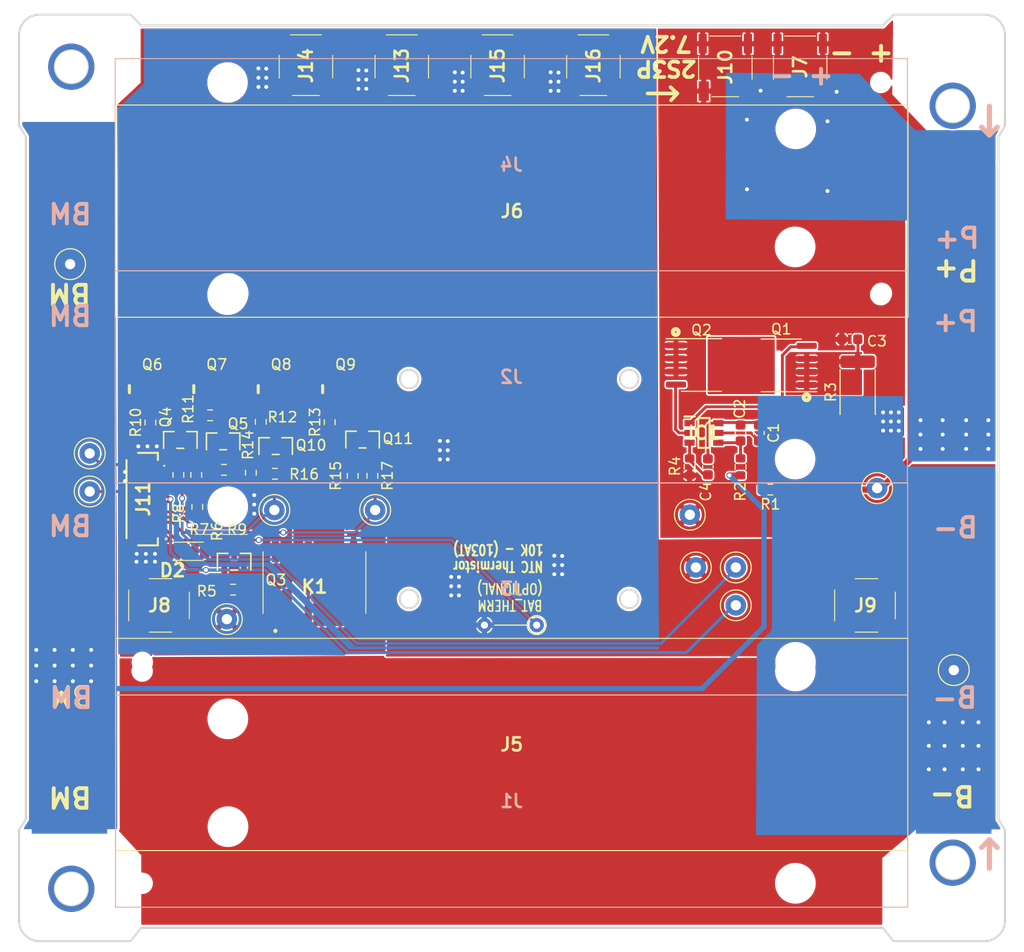
<source format=kicad_pcb>
(kicad_pcb (version 20221018) (generator pcbnew)
  (layers (0 "F.Cu" signal) (31 "B.Cu" signal) (34 "B.Paste" user) (35 "F.Paste" user) (36 "B.SilkS" user "B.Silkscreen") (37 "F.SilkS" user "F.Silkscreen") (38 "B.Mask" user) (39 "F.Mask" user) (44 "Edge.Cuts" user))
  (net 0 "")
  (net 1 "/VDD")
  (net 2 "B-")
  (net 3 "Net-(IC1-VC)")
  (net 4 "BM")
  (net 5 "PACK+")
  (net 6 "Net-(IC1-V-)")
  (net 9 "Net-(C3-Pad1)")
  (net 11 "BAT_THERM")
  (net 13 "Net-(Q1-D-Pad5)")
  (net 14 "Net-(IC1-DOUT)")
  (net 15 "Net-(IC1-COUT)")
  (net 16 "BURN_RELAY_A")
  (net 17 "GND")
  (net 18 "ENAB_BURN1")
  (net 19 "ENAB_BURN2")
  (net 20 "Net-(Q4-G)")
  (net 21 "Net-(Q5-G)")
  (net 22 "Net-(Q4-D)")
  (net 23 "/VBURN_A_IN")
  (net 24 "Net-(Q5-D)")
  (net 25 "VBATT")
  (net 26 "/VBURN3")
  (net 27 "/VBURN1")
  (net 28 "/VBURN2")
  (net 29 "/VBURN4")
  (net 30 "Net-(D2-A)")
  (net 31 "Net-(Q10-D)")
  (net 32 "Net-(Q11-D)")
  (net 33 "Net-(Q10-G)")
  (net 34 "Net-(Q11-G)")
  (net 35 "ENAB_BURN3")
  (net 36 "ENAB_BURN4")
  (net 45 "PACK-")
  (footprint "SamacSys_Parts:KEYSTONE-1042" (layer "F.Cu") (at 101.1174 124.8448 180)
    (fp_text reference locked "J5")
    (fp_text value "1042" hide)
  )
  (footprint "SamacSys_Parts:KEYSTONE-1042" (layer "F.Cu") (at 101.1428 72.945)
    (fp_text reference locked "J6")
    (fp_text value "1042" hide)
  )
  (footprint "Capacitor_SMD:C_0603_1608Metric" (layer "F.Cu") (at 125.15 94.532 -90)
    (fp_text reference locked "C1")
    (fp_text value "0.1uF")
  )
  (footprint "Capacitor_SMD:C_0603_1608Metric" (layer "F.Cu") (at 123.372 94.532 -90)
    (fp_text reference locked "C2")
    (fp_text value "0.1uF")
  )
  (footprint "Capacitor_SMD:C_0603_1608Metric" (layer "F.Cu") (at 120.197 97.834 -90)
    (fp_text reference locked "C4")
    (fp_text value "0.1uF")
  )
  (footprint "Capacitor_SMD:C_0603_1608Metric" (layer "F.Cu") (at 133.998 85.4165 180)
    (fp_text reference locked "C3")
    (fp_text value "0.1uF")
  )
  (footprint "Resistor_SMD:R_0603_1608Metric" (layer "F.Cu") (at 126.27 100.04 180)
    (fp_text reference locked "R1")
    (fp_text value "330")
  )
  (footprint "Resistor_SMD:R_0603_1608Metric" (layer "F.Cu") (at 123.372 97.834 90)
    (fp_text reference locked "R2")
    (fp_text value "330")
  )
  (footprint "Package_SO:SOIC-8_3.9x4.9mm_P1.27mm" (layer "F.Cu") (at 119.57 87.92)
    (fp_text reference locked "Q2")
    (fp_text value "IRF7458")
  )
  (footprint "Package_SO:SOIC-8_3.9x4.9mm_P1.27mm" (layer "F.Cu") (at 127.3305 87.9565 180)
    (fp_text reference locked "Q1")
    (fp_text value "IRF7458")
  )
  (footprint "Resistor_SMD:R_0603_1608Metric" (layer "F.Cu") (at 118.419 97.834 -90)
    (fp_text reference locked "R4")
    (fp_text value "1K")
  )
  (footprint "Resistor_SMD:R_2512_6332Metric" (layer "F.Cu") (at 134.76 90.56 90)
    (fp_text reference locked "R3")
    (fp_text value "0.01")
  )
  (footprint "TestPoint:TestPoint_Loop_D1.80mm_Drill1.0mm_Beaded" (layer "F.Cu") (at 144.11 117.61)
    (fp_text reference "TP1" hide)
    (fp_text value "TestPoint")
  )
  (footprint "TestPoint:TestPoint_Loop_D1.80mm_Drill1.0mm_Beaded" (layer "F.Cu") (at 58.166 78.105)
    (fp_text reference "TP2" hide)
    (fp_text value "TestPoint")
  )
  (footprint "TestPoint:TestPoint_Loop_D1.80mm_Drill1.0mm_Beaded" (layer "F.Cu") (at 118.4402 102.489)
    (fp_text reference "TP3" hide)
    (fp_text value "TestPoint")
  )
  (footprint "TestPoint:TestPoint_Loop_D1.80mm_Drill1.0mm_Beaded" (layer "F.Cu") (at 136.652 99.8982)
    (fp_text reference "TP4" hide)
    (fp_text value "TestPoint")
  )
  (footprint "SamacSys_Parts:SM02BSFHRSTFLFSN" (layer "F.Cu") (at 129.17 58.86 -90)
    (fp_text reference locked "J7")
    (fp_text value "SM02B-SFHRS-TF_LF__SN_" hide)
  )
  (footprint "Resistor_THT:R_Axial_DIN0204_L3.6mm_D1.6mm_P5.08mm_Vertical" (layer "F.Cu") (at 103.54 113.23 180)
    (fp_text reference "TH1" hide)
    (fp_text value "Thermistor")
  )
  (footprint "custom-footprints:MountingHole_3.2mm_M3_DIN965_PadMOD" (layer "F.Cu") (at 144.0053 136.3499)
    (fp_text reference "H4" hide)
    (fp_text value "MountingHole_Pad")
  )
  (footprint "custom-footprints:MountingHole_3.2mm_M3_DIN965_PadMOD" (layer "F.Cu") (at 58.2803 58.8899)
    (fp_text reference "H2" hide)
    (fp_text value "MountingHole_Pad")
  )
  (footprint "custom-footprints:MountingHole_3.2mm_M3_DIN965_PadMOD" (layer "F.Cu") (at 58.2803 138.8899)
    (fp_text reference "H1" hide)
    (fp_text value "MountingHole_Pad")
  )
  (footprint "custom-footprints:MountingHole_3.2mm_M3_DIN965_PadMOD" (layer "F.Cu") (at 144.0053 62.6899)
    (fp_text reference "H3" hide)
    (fp_text value "MountingHole_Pad")
  )
  (footprint "SamacSys_Parts:914620389" (layer "F.Cu") (at 81.93 109.49)
    (fp_text reference locked "K1")
    (fp_text value "9-1462038-9" hide)
  )
  (footprint "mainboard:NDS8434" (layer "F.Cu") (at 66.6119 88.07)
    (fp_text reference locked "Q6")
    (fp_text value "NDS8434" hide)
  )
  (footprint "TestPoint:TestPoint_Loop_D1.80mm_Drill1.0mm_Beaded" (layer "F.Cu") (at 119.0244 107.6198)
    (fp_text reference "TP5" hide)
    (fp_text value "TestPoint")
  )
  (footprint "SamacSys_Parts:POWERDI_123" (layer "F.Cu") (at 70.297 106.045)
    (fp_text reference "D2")
    (fp_text value "DFLS130L-7" hide)
  )
  (footprint "Resistor_SMD:R_0603_1608Metric" (layer "F.Cu") (at 70.4342 98.6028 -90)
    (fp_text reference locked "R6")
    (fp_text value "10k")
  )
  (footprint "SamacSys_Parts:SM02BSFHRSTFLFSN" (layer "F.Cu") (at 90.42 58.74 -90)
    (fp_text reference locked "J13")
    (fp_text value "SM02B-SFHRS-TF_LF__SN_" hide)
  )
  (footprint "Resistor_SMD:R_0603_1608Metric" (layer "F.Cu") (at 70.5358 101.727 -90)
    (fp_text reference locked "R7")
    (fp_text value "10k")
  )
  (footprint "Resistor_SMD:R_0603_1608Metric" (layer "F.Cu") (at 78.0796 98.5012)
    (fp_text reference locked "R16")
    (fp_text value "10k")
  )
  (footprint "Resistor_SMD:R_0603_1608Metric" (layer "F.Cu") (at 76.708 93.4466 90)
    (fp_text reference locked "R12")
    (fp_text value "100k")
  )
  (footprint "TestPoint:TestPoint_Loop_D1.80mm_Drill1.0mm_Beaded" (layer "F.Cu") (at 73.406 112.649)
    (fp_text reference "TP6" hide)
    (fp_text value "TestPoint")
  )
  (footprint "mainboard:NDS8434" (layer "F.Cu") (at 72.877933 88.07)
    (fp_text reference locked "Q7")
    (fp_text value "NDS8434" hide)
  )
  (footprint "Resistor_SMD:R_0603_1608Metric" (layer "F.Cu") (at 71.7804 92.8116 180)
    (fp_text reference locked "R11")
    (fp_text value "100k")
  )
  (footprint "SamacSys_Parts:SM02BSFHRSTFLFSN" (layer "F.Cu") (at 109.06 58.74 -90)
    (fp_text reference locked "J16")
    (fp_text value "SM02B-SFHRS-TF_LF__SN_" hide)
  )
  (footprint "TestPoint:TestPoint_Loop_D1.80mm_Drill1.0mm_Beaded" (layer "F.Cu") (at 122.9106 111.3028)
    (fp_text reference "TP7" hide)
    (fp_text value "TestPoint")
  )
  (footprint "Resistor_SMD:R_0603_1608Metric" (layer "F.Cu") (at 83.4094 93.4842 90)
    (fp_text reference locked "R13")
    (fp_text value "100k")
  )
  (footprint "TestPoint:TestPoint_Loop_D1.80mm_Drill1.0mm_Beaded" (layer "F.Cu") (at 78.0288 102.0318)
    (fp_text reference "TP10" hide)
    (fp_text value "TestPoint")
  )
  (footprint "Resistor_SMD:R_0603_1608Metric" (layer "F.Cu") (at 75.7428 98.3996 -90)
    (fp_text reference locked "R14")
    (fp_text value "4.7k")
  )
  (footprint "SamacSys_Parts:SM02BSFHRSTFLFSN" (layer "F.Cu") (at 66.81 111.3126)
    (fp_text reference locked "J8")
    (fp_text value "SM02B-SFHRS-TF_LF__SN_" hide)
  )
  (footprint "mainboard:SOT-23" (layer "F.Cu") (at 74.1172 107.061)
    (fp_text reference locked "Q3")
    (fp_text value "MMBT2222AT" hide)
  )
  (footprint "Resistor_SMD:R_0603_1608Metric" (layer "F.Cu") (at 87.5588 98.7044 90)
    (fp_text reference locked "R17")
    (fp_text value "10k")
  )
  (footprint "Resistor_SMD:R_0603_1608Metric" (layer "F.Cu") (at 85.6488 98.7044 -90)
    (fp_text reference locked "R15")
    (fp_text value "4.7k")
  )
  (footprint "mainboard:SOT-23" (layer "F.Cu") (at 78.1558 95.8088)
    (fp_text reference locked "Q10")
    (fp_text value "IRLML2803" hide)
  )
  (footprint "SamacSys_Parts:SM02BSFHRSTFLFSN" (layer "F.Cu") (at 135.4738 111.3126)
    (fp_text reference locked "J9")
    (fp_text value "SM02B-SFHRS-TF_LF__SN_" hide)
  )
  (footprint "SamacSys_Parts:SM02BSFHRSTFLFSN" (layer "F.Cu") (at 81.1 58.74 -90)
    (fp_text reference locked "J14")
    (fp_text value "SM02B-SFHRS-TF_LF__SN_" hide)
  )
  (footprint "SamacSys_Parts:F3311A7H121014E200" (layer "F.Cu") (at 65.175 100.97 -90)
    (fp_text reference locked "J11")
    (fp_text value "F3311A7H121014E200" hide)
  )
  (footprint "mainboard:SOT-23" (layer "F.Cu") (at 73.0504 95.3516)
    (fp_text reference locked "Q5")
    (fp_text value "IRLML2803" hide)
  )
  (footprint "mainboard:NDS8434" (layer "F.Cu") (at 85.41 88.07)
    (fp_text reference locked "Q9")
    (fp_text value "NDS8434" hide)
  )
  (footprint "SamacSys_Parts:SOT95P280X140-6N" (layer "F.Cu") (at 119.8088 94.5286)
    (fp_text reference "IC1")
    (fp_text value "R5460N233AF-TR-FE" hide)
  )
  (footprint "TestPoint:TestPoint_Loop_D1.80mm_Drill1.0mm_Beaded" (layer "F.Cu") (at 87.8332 102.0318)
    (fp_text reference "TP11" hide)
    (fp_text value "TestPoint")
  )
  (footprint "Resistor_SMD:R_0603_1608Metric" (layer "F.Cu") (at 65.9748 93.5154 90)
    (fp_text reference locked "R10")
    (fp_text value "100k")
  )
  (footprint "TestPoint:TestPoint_Loop_D1.80mm_Drill1.0mm_Beaded" (layer "F.Cu") (at 60.071 100.2284)
    (fp_text reference "TP12" hide)
    (fp_text value "TestPoint")
  )
  (footprint "SamacSys_Parts:SM02BSFHRSTFLFSN" (layer "F.Cu") (at 99.74 58.74 -90)
    (fp_text reference locked "J15")
    (fp_text value "SM02B-SFHRS-TF_LF__SN_" hide)
  )
  (footprint "TestPoint:TestPoint_Loop_D1.80mm_Drill1.0mm_Beaded" (layer "F.Cu") (at 60.071 96.52)
    (fp_text reference "TP9" hide)
    (fp_text value "TestPoint")
  )
  (footprint "Resistor_SMD:R_0603_1608Metric" (layer "F.Cu") (at 73.1266 98.1202 180)
    (fp_text reference locked "R9")
    (fp_text value "4.7k")
  )
  (footprint "mainboard:NDS8434" (layer "F.Cu") (at 79.143966 88.07)
    (fp_text reference locked "Q8")
    (fp_text value "NDS8434" hide)
  )
  (footprint "Resistor_SMD:R_0603_1608Metric" (layer "F.Cu") (at 74.0156 109.7788)
    (fp_text reference locked "R5")
    (fp_text value "10k")
  )
  (footprint "Resistor_SMD:R_0603_1608Metric" (layer "F.Cu") (at 68.692 98.6028 -90)
    (fp_text reference locked "R8")
    (fp_text value "4.7k")
  )
  (footprint "mainboard:SOT-23" (layer "F.Cu") (at 68.8848 95.2119)
    (fp_text reference locked "Q4")
    (fp_text value "IRLML2803" hide)
  )
  (footprint "mainboard:SOT-23" (layer "F.Cu") (at 86.6088 95.1744)
    (fp_text reference locked "Q11")
    (fp_text value "IRLML2803" hide)
  )
  (footprint "TestPoint:TestPoint_Loop_D1.80mm_Drill1.0mm_Beaded" (layer "F.Cu") (at 122.9106 107.6198)
    (fp_text reference "TP8" hide)
    (fp_text value "TestPoint")
  )
  (footprint "SamacSys_Parts:SM02BSFHRSTFLFSN" (layer "F.Cu") (at 121.89 58.86 -90)
    (fp_text reference locked "J10")
    (fp_text value "SM02B-SFHRS-TF_LF__SN_" hide)
  )
  (footprint "SamacSys_Parts:KEYSTONE-1042" (layer "B.Cu") (at 101.0764 89.0788)
    (fp_text reference locked "J2")
    (fp_text value "1042" hide)
  )
  (footprint "SamacSys_Parts:KEYSTONE-1042" (layer "B.Cu") (at 101.1018 130.3538 180)
    (fp_text reference locked "J1")
    (fp_text value "1042" hide)
  )
  (footprint "SamacSys_Parts:KEYSTONE-1042" (layer "B.Cu") (at 101.1018 109.7036 180)
    (fp_text reference locked "J3")
    (fp_text value "1042" hide)
  )
  (footprint "SamacSys_Parts:KEYSTONE-1042" (layer "B.Cu") (at 101.0764 68.4286)
    (fp_text reference locked "J4")
    (fp_text value "1042" hide)
  )
  (gr_line locked (start 148.336 64.77) (end 147.574 65.532) (stroke (width 0.5)) (layer "B.SilkS"))
  (gr_line locked (start 146.812 64.77) (end 147.574 65.532) (stroke (width 0.5)) (layer "B.SilkS"))
  (gr_line locked (start 147.574 136.906) (end 147.574 134.112) (stroke (width 0.5)) (layer "B.SilkS"))
  (gr_line locked (start 146.812 134.874) (end 147.574 134.112) (stroke (width 0.5)) (layer "B.SilkS"))
  (gr_line locked (start 148.336 134.874) (end 147.574 134.112) (stroke (width 0.5)) (layer "B.SilkS"))
  (gr_line locked (start 147.574 62.738) (end 147.574 65.532) (stroke (width 0.5)) (layer "B.SilkS"))
  (gr_circle locked (center 129.794 91.059) (end 129.8702 91.0844) (stroke (width 0.4)) (fill none) (layer "F.SilkS"))
  (gr_line locked (start 114.3254 61.4934) (end 117.221 61.4934) (stroke (width 0.355)) (layer "F.SilkS"))
  (gr_circle locked (center 117.0686 84.709) (end 117.1448 84.7344) (stroke (width 0.4)) (fill none) (layer "F.SilkS"))
  (gr_line locked (start 117.221 61.4934) (end 116.6114 62.1538) (stroke (width 0.355)) (layer "F.SilkS"))
  (gr_line locked (start 117.221 61.4934) (end 116.5606 60.8838) (stroke (width 0.355)) (layer "F.SilkS"))
  (gr_line locked (start 137.2105 142.694172) (end 138.2458 143.99) (stroke (width 0.2)) (layer "Edge.Cuts"))
  (gr_circle locked (center 58.28 58.9) (end 56.68 58.9) (stroke (width 0.2)) (fill none) (layer "Edge.Cuts"))
  (gr_line locked (start 53.863645 132.1155) (end 53.2 133.1508) (stroke (width 0.2)) (layer "Edge.Cuts"))
  (gr_line locked (start 65.0745 54.877968) (end 137.2105 54.877968) (stroke (width 0.2)) (layer "Edge.Cuts"))
  (gr_circle locked (center 58.28 138.9) (end 56.68 138.9) (stroke (width 0.2)) (fill none) (layer "Edge.Cuts"))
  (gr_circle locked (center 112.535 110.682582) (end 111.635 110.682582) (stroke (width 0.2)) (fill none) (layer "Edge.Cuts"))
  (gr_line locked (start 55.2 143.99) (end 64.0392 143.99) (stroke (width 0.2)) (layer "Edge.Cuts"))
  (gr_arc locked (start 53.2 55.82) (mid 53.785776 54.405757) (end 55.2 53.82) (stroke (width 0.2)) (layer "Edge.Cuts"))
  (gr_line locked (start 53.2 133.1508) (end 53.2 141.99) (stroke (width 0.2)) (layer "Edge.Cuts"))
  (gr_line locked (start 137.2105 54.877968) (end 138.2458 53.82) (stroke (width 0.2)) (layer "Edge.Cuts"))
  (gr_line locked (start 138.2458 53.82) (end 147.085 53.82) (stroke (width 0.2)) (layer "Edge.Cuts"))
  (gr_line locked (start 148.457179 65.6945) (end 148.457179 132.1155) (stroke (width 0.2)) (layer "Edge.Cuts"))
  (gr_line locked (start 55.2 53.82) (end 64.0392 53.82) (stroke (width 0.2)) (layer "Edge.Cuts"))
  (gr_line locked (start 64.0392 53.82) (end 65.0745 54.877968) (stroke (width 0.2)) (layer "Edge.Cuts"))
  (gr_circle locked (center 112.535 89.282582) (end 111.635 89.282582) (stroke (width 0.2)) (fill none) (layer "Edge.Cuts"))
  (gr_line locked (start 149.085 64.6592) (end 148.457179 65.6945) (stroke (width 0.2)) (layer "Edge.Cuts"))
  (gr_line locked (start 148.457179 132.1155) (end 149.085 133.1508) (stroke (width 0.2)) (layer "Edge.Cuts"))
  (gr_circle locked (center 144.005 62.7) (end 142.405 62.7) (stroke (width 0.2)) (fill none) (layer "Edge.Cuts"))
  (gr_line locked (start 65.0745 142.694172) (end 137.2105 142.694172) (stroke (width 0.2)) (layer "Edge.Cuts"))
  (gr_line locked (start 138.2458 143.99) (end 147.085 143.99) (stroke (width 0.2)) (layer "Edge.Cuts"))
  (gr_line locked (start 53.863645 65.6945) (end 53.863645 132.1155) (stroke (width 0.2)) (layer "Edge.Cuts"))
  (gr_arc locked (start 149.085 141.99) (mid 148.499213 143.404213) (end 147.085 143.99) (stroke (width 0.2)) (layer "Edge.Cuts"))
  (gr_circle locked (center 91.135 110.682582) (end 90.235 110.682582) (stroke (width 0.2)) (fill none) (layer "Edge.Cuts"))
  (gr_line locked (start 53.2 64.6592) (end 53.863645 65.6945) (stroke (width 0.2)) (layer "Edge.Cuts"))
  (gr_arc locked (start 55.2 143.99) (mid 53.785803 143.404201) (end 53.2 141.99) (stroke (width 0.2)) (layer "Edge.Cuts"))
  (gr_line locked (start 64.0392 143.99) (end 65.0745 142.694172) (stroke (width 0.2)) (layer "Edge.Cuts"))
  (gr_line locked (start 149.085 133.1508) (end 149.085 141.99) (stroke (width 0.2)) (layer "Edge.Cuts"))
  (gr_line locked (start 149.085 55.82) (end 149.085 64.6592) (stroke (width 0.2)) (layer "Edge.Cuts"))
  (gr_circle locked (center 144.005 136.36) (end 142.405 136.36) (stroke (width 0.2)) (fill none) (layer "Edge.Cuts"))
  (gr_line locked (start 53.2 55.82) (end 53.2 64.6592) (stroke (width 0.2)) (layer "Edge.Cuts"))
  (gr_arc locked (start 147.085 53.82) (mid 148.499214 54.405786) (end 149.085 55.82) (stroke (width 0.2)) (layer "Edge.Cuts"))
  (gr_circle locked (center 91.135 89.282582) (end 90.235 89.282582) (stroke (width 0.2)) (fill none) (layer "Edge.Cuts"))
  (gr_text locked "BM" (at 58.166 103.632) (layer "B.SilkS") (effects (font (size 1.905 1.905) (thickness 0.381)) (justify mirror)))
  (gr_text locked "BM" (at 58.166 83.185) (layer "B.SilkS") (effects (font (size 1.905 1.905) (thickness 0.381)) (justify mirror)))
  (gr_text locked "BM" (at 58.166 73.279) (layer "B.SilkS") (effects (font (size 1.905 1.905) (thickness 0.381)) (justify mirror)))
  (gr_text locked "BM" (at 58.2676 120.3452) (layer "B.SilkS") (effects (font (size 1.905 1.905) (thickness 0.381)) (justify mirror)))
  (gr_text locked "B-" (at 144.1958 120.3198) (layer "B.SilkS") (effects (font (size 1.905 1.905) (thickness 0.381)) (justify mirror)))
  (gr_text locked "B-" (at 144.272 103.759) (layer "B.SilkS") (effects (font (size 1.905 1.905) (thickness 0.381)) (justify mirror)))
  (gr_text locked "P+" (at 144.272 83.693) (layer "B.SilkS") (effects (font (size 1.905 1.905) (thickness 0.381)) (justify mirror)))
  (gr_text locked "P+" (at 144.4244 75.5904) (layer "B.SilkS") (effects (font (size 1.905 1.905) (thickness 0.381)) (justify mirror)))
  (gr_text locked "+ -" (at 129.294 59.684) (layer "B.SilkS") (effects (font (size 1.905 1.905) (thickness 0.381)) (justify mirror)))
  (gr_text locked "BM" (at 58.2676 120.1166 180) (layer "F.SilkS") (effects (font (size 1.905 1.905) (thickness 0.381))))
  (gr_text locked "B-" (at 143.9418 129.8448 180) (layer "F.SilkS") (effects (font (size 1.905 1.905) (thickness 0.381))))
  (gr_text locked "P+" (at 144.33 78.66 180) (layer "F.SilkS") (effects (font (size 1.905 1.905) (thickness 0.381))))
  (gr_text locked "BM" (at 58.0898 80.9752 180) (layer "F.SilkS") (effects (font (size 1.905 1.905) (thickness 0.381))))
  (gr_text locked "- +" (at 135.128 57.4548) (layer "F.SilkS") (effects (font (size 1.905 1.905) (thickness 0.381))))
  (gr_text locked "NTC Thermistor\n10K - (103AT)" (at 99.7966 106.7054 180) (layer "F.SilkS") (effects (font (size 1.016 0.762) (thickness 0.1905) bold)))
  (gr_text locked "2S3P\n7.2V" (at 116.1288 57.8612 180) (layer "F.SilkS") (effects (font (size 1.5 1.5) (thickness 0.355) bold)))
  (gr_text locked "BAT_THERM\n(OPTIONAL)" (at 100.9396 110.49 180) (layer "F.SilkS") (effects (font (size 1.016 0.762) (thickness 0.1524) bold)))
  (gr_text locked "BM" (at 58.16 129.96 180) (layer "F.SilkS") (effects (font (size 1.905 1.905) (thickness 0.381))))
  (segment (start 125.4825 95.652) (end 125.4825 100.04) (width 0.2794) (layer "F.Cu") (net 1))
  (segment (start 124.388 94.532) (end 125.15 95.294) (width 0.2794) (layer "F.Cu") (net 1))
  (segment (start 121.216 94.532) (end 124.388 94.532) (width 0.2794) (layer "F.Cu") (net 1))
  (segment (start 125.15 95.3195) (end 125.4825 95.652) (width 0.2794) (layer "F.Cu") (net 1))
  (segment (start 125.15 95.294) (end 125.15 95.3195) (width 0.2794) (layer "F.Cu") (net 1))
  (segment (start 124.9215 93.516) (end 125.15 93.7445) (width 0.2794) (layer "F.Cu") (net 2))
  (segment (start 120.197 97.0465) (end 120.197 93.8216) (width 0.2794) (layer "F.Cu") (net 2))
  (segment (start 123.372 93.516) (end 124.9215 93.516) (width 0.2794) (layer "F.Cu") (net 2))
  (segment (start 133.0285 93.7445) (end 133.2145 93.5585) (width 0.2794) (layer "F.Cu") (net 2))
  (segment (start 120.4366 93.582) (end 121.216 93.582) (width 0.2794) (layer "F.Cu") (net 2))
  (segment (start 120.197 93.8216) (end 120.4366 93.582) (width 0.2794) (layer "F.Cu") (net 2))
  (segment (start 121.282 93.516) (end 123.372 93.516) (width 0.2794) (layer "F.Cu") (net 2))
  (segment (start 121.216 93.582) (end 121.282 93.516) (width 0.2794) (layer "F.Cu") (net 2))
  (segment (start 123.372 93.7445) (end 123.372 93.516) (width 0.2794) (layer "F.Cu") (net 2))
  (segment (start 125.15 93.7445) (end 133.0285 93.7445) (width 0.2794) (layer "F.Cu") (net 2))
  (via (at 143.21 124.976) (size 0.5842) (drill 0.381) (layers "F.Cu" "B.Cu") (net 2))
  (via (at 146.512 124.976) (size 0.5842) (drill 0.381) (layers "F.Cu" "B.Cu") (net 2))
  (via (at 144.988 124.976) (size 0.5842) (drill 0.381) (layers "F.Cu" "B.Cu") (net 2))
  (via (at 141.686 124.976) (size 0.5842) (drill 0.381) (layers "F.Cu" "B.Cu") (net 2))
  (via (at 146.512 127.262) (size 0.5842) (drill 0.381) (layers "F.Cu" "B.Cu") (net 2))
  (via (at 141.686 127.262) (size 0.5842) (drill 0.381) (layers "F.Cu" "B.Cu") (net 2))
  (via (at 143.21 127.262) (size 0.5842) (drill 0.381) (layers "F.Cu" "B.Cu") (net 2))
  (via (at 144.988 127.262) (size 0.5842) (drill 0.381) (layers "F.Cu" "B.Cu") (net 2))
  (via (at 137.9985 93.4175) (size 0.5842) (drill 0.381) (layers "F.Cu" "B.Cu") (net 2))
  (via (at 138.7605 93.4175) (size 0.5842) (drill 0.381) (layers "F.Cu" "B.Cu") (net 2))
  (via (at 137.2365 93.4175) (size 0.5842) (drill 0.381) (layers "F.Cu" "B.Cu") (net 2))
  (via (at 137.9985 94.3065) (size 0.5842) (drill 0.381) (layers "F.Cu" "B.Cu") (net 2))
  (via (at 137.2365 94.3065) (size 0.5842) (drill 0.381) (layers "F.Cu" "B.Cu") (net 2))
  (via (at 138.7605 94.3065) (size 0.5842) (drill 0.381) (layers "F.Cu" "B.Cu") (net 2))
  (via (at 137.9985 92.5285) (size 0.5842) (drill 0.381) (layers "F.Cu" "B.Cu") (net 2))
  (via (at 141.686 122.69) (size 0.5842) (drill 0.381) (layers "F.Cu" "B.Cu") (net 2))
  (via (at 146.512 122.69) (size 0.5842) (drill 0.381) (layers "F.Cu" "B.Cu") (net 2))
  (via (at 138.7605 92.5285) (size 0.5842) (drill 0.381) (layers "F.Cu" "B.Cu") (net 2))
  (via (at 137.2365 92.5285) (size 0.5842) (drill 0.381) (layers "F.Cu" "B.Cu") (net 2))
  (via (at 143.21 122.69) (size 0.5842) (drill 0.381) (layers "F.Cu" "B.Cu") (net 2))
  (via (at 144.988 122.69) (size 0.5842) (drill 0.381) (layers "F.Cu" "B.Cu") (net 2))
  (segment (start 121.216 95.482) (end 123.2095 95.482) (width 0.2794) (layer "F.Cu") (net 3))
  (segment (start 123.372 95.3195) (end 123.372 97.0465) (width 0.2794) (layer "F.Cu") (net 3))
  (segment (start 123.2095 95.482) (end 123.372 95.3195) (width 0.2794) (layer "F.Cu") (net 3))
  (segment (start 123.3653 98.6282) (end 122.337198 98.6282) (width 0.508) (layer "F.Cu") (net 4))
  (segment (start 122.330498 98.6215) (end 122.292498 98.6595) (width 0.2794) (layer "F.Cu") (net 4))
  (segment (start 122.337198 98.6282) (end 122.330498 98.6215) (width 0.508) (layer "F.Cu") (net 4))
  (segment (start 123.372 98.6215) (end 123.3653 98.6282) (width 0.508) (layer "F.Cu") (net 4))
  (via (at 54.876 117.166) (size 0.5842) (drill 0.381) (layers "F.Cu" "B.Cu") (net 4))
  (via (at 58.432 117.166) (size 0.5842) (drill 0.381) (layers "F.Cu" "B.Cu") (net 4))
  (via (at 56.654 117.166) (size 0.5842) (drill 0.381) (layers "F.Cu" "B.Cu") (net 4))
  (via (at 60.21 117.166) (size 0.5842) (drill 0.381) (layers "F.Cu" "B.Cu") (net 4))
  (via (at 60.21 118.69) (size 0.5842) (drill 0.381) (layers "F.Cu" "B.Cu") (net 4))
  (via (at 58.432 118.69) (size 0.5842) (drill 0.381) (layers "F.Cu" "B.Cu") (net 4))
  (via (at 54.876 118.69) (size 0.5842) (drill 0.381) (layers "F.Cu" "B.Cu") (net 4))
  (via (at 56.654 118.69) (size 0.5842) (drill 0.381) (layers "F.Cu" "B.Cu") (net 4))
  (via (at 56.654 115.642) (size 0.5842) (drill 0.381) (layers "F.Cu" "B.Cu") (net 4))
  (via (at 58.432 115.642) (size 0.5842) (drill 0.381) (layers "F.Cu" "B.Cu") (net 4))
  (via (at 54.876 115.642) (size 0.5842) (drill 0.381) (layers "F.Cu" "B.Cu") (net 4))
  (via (at 60.21 115.642) (size 0.5842) (drill 0.381) (layers "F.Cu" "B.Cu") (net 4))
  (via (at 122.292498 98.6595) (size 0.5842) (drill 0.381) (layers "F.Cu" "B.Cu") (net 4))
  (segment (start 119.634 119.4054) (end 60.9254 119.4054) (width 0.508) (layer "B.Cu") (net 4))
  (segment (start 125.6538 102.020802) (end 125.6538 113.3856) (width 0.508) (layer "B.Cu") (net 4))
  (segment (start 122.292498 98.6595) (end 122.272998 98.64) (width 0.508) (layer "B.Cu") (net 4))
  (segment (start 125.6538 113.3856) (end 119.634 119.4054) (width 0.508) (layer "B.Cu") (net 4))
  (segment (start 60.9254 119.4054) (end 60.21 118.69) (width 0.508) (layer "B.Cu") (net 4))
  (segment (start 122.292498 98.6595) (end 125.6538 102.020802) (width 0.508) (layer "B.Cu") (net 4))
  (segment (start 123.99 64.0434) (end 123.99 61.26) (width 1.016) (layer "F.Cu") (net 5))
  (segment (start 123.99 61.26) (end 125.278 61.26) (width 1.016) (layer "F.Cu") (net 5))
  (segment (start 124 70.82) (end 124 64.1762) (width 1.016) (layer "F.Cu") (net 5))
  (segment (start 132.72 61.33) (end 131.34 61.33) (width 1.016) (layer "F.Cu") (net 5))
  (segment (start 131.3346 61.3246) (end 131.27 61.26) (width 0.6096) (layer "F.Cu") (net 5))
  (segment (start 140.8615 93.2815) (end 140.87 93.29) (width 0.6096) (layer "F.Cu") (net 5))
  (segment (start 131.34 61.33) (end 131.27 61.26) (width 0.27178) (layer "F.Cu") (net 5))
  (segment (start 127.0575 100.04) (end 136.914 100.04) (width 0.6096) (layer "F.Cu") (net 5))
  (segment (start 124 64.1762) (end 123.9286 64.1048) (width 0.27178) (layer "F.Cu") (net 5))
  (segment (start 136.914 100.04) (end 140.87 96.084) (width 0.6096) (layer "F.Cu") (net 5))
  (segment (start 125.278 61.26) (end 125.314 61.224) (width 0.27178) (layer "F.Cu") (net 5))
  (segment (start 131.83 64.2017) (end 131.83 61.3155) (width 1.016) (layer "F.Cu") (net 5))
  (segment (start 131.83 64.2017) (end 131.83 70.9783) (width 1.016) (layer "F.Cu") (net 5))
  (via (at 140.87 94.687) (size 0.5842) (drill 0.381) (layers "F.Cu" "B.Cu") (net 5))
  (via (at 143.029 94.687) (size 0.5842) (drill 0.381) (layers "F.Cu" "B.Cu") (net 5))
  (via (at 145.315 94.687) (size 0.5842) (drill 0.381) (layers "F.Cu" "B.Cu") (net 5))
  (via (at 147.474 94.687) (size 0.5842) (drill 0.381) (layers "F.Cu" "B.Cu") (net 5))
  (via (at 145.315 96.084) (size 0.5842) (drill 0.381) (layers "F.Cu" "B.Cu") (net 5))
  (via (at 140.87 96.084) (size 0.5842) (drill 0.381) (layers "F.Cu" "B.Cu") (net 5))
  (via (at 143.029 96.084) (size 0.5842) (drill 0.381) (layers "F.Cu" "B.Cu") (net 5))
  (via (at 147.474 96.084) (size 0.5842) (drill 0.381) (layers "F.Cu" "B.Cu") (net 5))
  (via (at 147.474 93.29) (size 0.5842) (drill 0.381) (layers "F.Cu" "B.Cu") (net 5))
  (via (at 145.315 93.29) (size 0.5842) (drill 0.381) (layers "F.Cu" "B.Cu") (net 5))
  (via (at 140.87 93.29) (size 0.5842) (drill 0.381) (layers "F.Cu" "B.Cu") (net 5))
  (via (at 125.314 61.224) (size 0.5842) (drill 0.381) (layers "F.Cu" "B.Cu") (net 5))
  (via (at 131.8214 70.9869) (size 0.5842) (drill 0.381) (layers "F.Cu" "B.Cu") (net 5))
  (via (at 123.99 64.0434) (size 0.5842) (drill 0.381) (layers "F.Cu" "B.Cu") (net 5))
  (via (at 131.83 64.2017) (size 0.5842) (drill 0.381) (layers "F.Cu" "B.Cu") (net 5))
  (via (at 132.72 61.33) (size 0.5842) (drill 0.381) (layers "F.Cu" "B.Cu") (net 5))
  (via (at 124 70.82) (size 0.5842) (drill 0.381) (layers "F.Cu" "B.Cu") (net 5))
  (via (at 143.029 93.29) (size 0.5842) (drill 0.381) (layers "F.Cu" "B.Cu") (net 5))
  (segment (start 118.419 97.199) (end 119.8415 98.6215) (width 0.2794) (layer "F.Cu") (net 6))
  (segment (start 118.419 97.0465) (end 118.419 97.199) (width 0.2794) (layer "F.Cu") (net 6))
  (segment (start 119.8415 98.6215) (end 120.197 98.6215) (width 0.2794) (layer "F.Cu") (net 6))
  (segment (start 118.416 97.0435) (end 118.419 97.0465) (width 0.2794) (layer "F.Cu") (net 6))
  (segment (start 118.416 95.482) (end 118.416 97.0435) (width 0.2794) (layer "F.Cu") (net 6))
  (segment (start 134.7855 85.4165) (end 134.7855 87.6345) (width 0.27178) (layer "F.Cu") (net 9))
  (segment (start 134.7855 87.6345) (end 134.76 87.66) (width 0.27178) (layer "F.Cu") (net 9))
  (segment (start 64.00546 99.72294) (end 65.5084 98.22) (width 0.27178) (layer "F.Cu") (net 11))
  (segment (start 68.48 104.95) (end 67.28 103.75) (width 0.27178) (layer "F.Cu") (net 11))
  (segment (start 65.53864 103.72) (end 64.00546 102.18682) (width 0.27178) (layer "F.Cu") (net 11))
  (segment (start 67.28 103.75) (end 67.28 103.72) (width 0.27178) (layer "F.Cu") (net 11))
  (segment (start 67.28 103.72) (end 66.52 103.72) (width 0.27178) (layer "F.Cu") (net 11))
  (segment (start 60.071 100.2284) (end 63.5 100.2284) (width 0.27178) (layer "F.Cu") (net 11))
  (segment (start 64.00546 102.18682) (end 64.00546 99.72294) (width 0.27178) (layer "F.Cu") (net 11))
  (segment (start 66.52 103.72) (end 65.53864 103.72) (width 0.27178) (layer "F.Cu") (net 11))
  (segment (start 65.5084 98.22) (end 66.52 98.22) (width 0.27178) (layer "F.Cu") (net 11))
  (segment (start 63.5 100.2284) (end 64.00546 99.72294) (width 0.27178) (layer "F.Cu") (net 11))
  (segment (start 76.5048 104.95) (end 68.48 104.95) (width 0.27178) (layer "F.Cu") (net 11))
  (via (at 76.5048 104.95) (size 0.5842) (drill 0.381) (layers "F.Cu" "B.Cu") (net 11))
  (segment (start 95.26 104.95) (end 103.54 113.23) (width 0.27178) (layer "B.Cu") (net 11))
  (segment (start 76.5048 104.95) (end 95.26 104.95) (width 0.27178) (layer "B.Cu") (net 11))
  (segment (start 127.038 91.992) (end 120.006 91.992) (width 0.2794) (layer "F.Cu") (net 14))
  (segment (start 128.26 86.15) (end 129.707 86.15) (width 0.2794) (layer "F.Cu") (net 14))
  (segment (start 129.707 86.15) (end 129.8055 86.0515) (width 0.2794) (layer "F.Cu") (net 14))
  (segment (start 127.44 86.97) (end 127.44 91.59) (width 0.2794) (layer "F.Cu") (net 14))
  (segment (start 127.44 91.59) (end 127.038 91.992) (width 0.2794) (layer "F.Cu") (net 14))
  (segment (start 120.006 91.992) (end 118.416 93.582) (width 0.2794) (layer "F.Cu") (net 14))
  (segment (start 128.26 86.15) (end 127.44 86.97) (width 0.2794) (layer "F.Cu") (net 14))
  (segment (start 117.05 94.18) (end 117.05 89.87) (width 0.2794) (layer "F.Cu") (net 15))
  (segment (start 118.416 94.532) (end 117.402 94.532) (width 0.2794) (layer "F.Cu") (net 15))
  (segment (start 117.05 89.87) (end 117.095 89.825) (width 0.2794) (layer "F.Cu") (net 15))
  (segment (start 117.402 94.532) (end 117.05 94.18) (width 0.2794) (layer "F.Cu") (net 15))
  (segment (start 73.1647 108.0643) (end 73.1647 109.7529) (width 0.3048) (layer "F.Cu") (net 16))
  (segment (start 67.7 101.22) (end 67.93 100.99) (width 0.27178) (layer "F.Cu") (net 16))
  (segment (start 67.66 100.72) (end 67.93 100.99) (width 0.27178) (layer "F.Cu") (net 16))
  (segment (start 66.52 100.72) (end 67.66 100.72) (width 0.27178) (layer "F.Cu") (net 16))
  (segment (start 66.52 101.22) (end 67.7 101.22) (width 0.27178) (layer "F.Cu") (net 16))
  (segment (start 73.1647 109.7529) (end 73.1906 109.7788) (width 0.3048) (layer "F.Cu") (net 16))
  (segment (start 72.9742 107.8738) (end 73.1647 108.0643) (width 0.3048) (layer "F.Cu") (net 16))
  (segment (start 71.374 107.8738) (end 72.9742 107.8738) (width 0.3048) (layer "F.Cu") (net 16))
  (via (at 71.374 107.8738) (size 0.5842) (drill 0.381) (layers "F.Cu" "B.Cu") (net 16))
  (via (at 67.93 100.99) (size 0.5842) (drill 0.381) (layers "F.Cu" "B.Cu") (net 16))
  (segment (start 71.374 107.8738) (end 69.6738 107.8738) (width 0.3048) (layer "B.Cu") (net 16))
  (segment (start 71.374 107.8738) (end 77.132217 107.8738) (width 0.3048) (layer "B.Cu") (net 16))
  (segment (start 85.158617 115.9002) (end 118.11 115.9002) (width 0.3048) (layer "B.Cu") (net 16))
  (segment (start 118.11 115.9002) (end 122.9106 111.0996) (width 0.3048) (layer "B.Cu") (net 16))
  (segment (start 67.93 106.13) (end 67.93 100.99) (width 0.3048) (layer "B.Cu") (net 16))
  (segment (start 77.132217 107.8738) (end 85.158617 115.9002) (width 0.3048) (layer "B.Cu") (net 16))
  (segment (start 69.6738 107.8738) (end 67.93 106.13) (width 0.3048) (layer "B.Cu") (net 16))
  (segment (start 81.33 112.09) (end 81.33 106.09) (width 0.27178) (layer "F.Cu") (net 17))
  (segment (start 79.4467 107.9733) (end 74.3825 107.9733) (width 0.27178) (layer "F.Cu") (net 17))
  (segment (start 79.4467 107.9733) (end 81.33 109.8566) (width 0.27178) (layer "F.Cu") (net 17))
  (segment (start 81.33 109.8566) (end 81.33 112.09) (width 0.27178) (layer "F.Cu") (net 17))
  (via (at 76.4794 59.9694) (size 0.5842) (drill 0.381) (layers "F.Cu" "B.Cu") (net 17))
  (via (at 64.6176 107.061) (size 0.5842) (drill 0.381) (layers "F.Cu" "B.Cu") (net 17))
  (via (at 106.0196 106.5022) (size 0.5842) (drill 0.381) (layers "F.Cu" "B.Cu") (net 17))
  (via (at 106.0196 107.3912) (size 0.5842) (drill 0.381) (layers "F.Cu" "B.Cu") (net 17))
  (via (at 104.902 59.436) (size 0.5842) (drill 0.381) (layers "F.Cu" "B.Cu") (net 17))
  (via (at 94.8944 96.2152) (size 0.5842) (drill 0.381) (layers "F.Cu" "B.Cu") (net 17))
  (via (at 66.421 106.299) (size 0.5842) (drill 0.381) (layers "F.Cu" "B.Cu") (net 17))
  (via (at 105.2576 106.4768) (size 0.5842) (drill 0.381) (layers "F.Cu" "B.Cu") (net 17))
  (via (at 66.421 107.061) (size 0.5842) (drill 0.381) (layers "F.Cu" "B.Cu") (net 17))
  (via (at 105.664 59.4614) (size 0.5842) (drill 0.381) (layers "F.Cu" "B.Cu") (net 17))
  (via (at 95.9866 110.3376) (size 0.5842) (drill 0.381) (layers "F.Cu" "B.Cu") (net 17))
  (via (at 76.4794 59.055) (size 0.5842) (drill 0.381) (layers "F.Cu" "B.Cu") (net 17))
  (via (at 66.5988 95.8342) (size 0.5842) (drill 0.381) (layers "F.Cu" "B.Cu") (net 17))
  (via (at 105.2576 108.2802) (size 0.5842) (drill 0.381) (layers "F.Cu" "B.Cu") (net 17))
  (via (at 86.9696 60.1472) (size 0.5842) (drill 0.381) (layers "F.Cu" "B.Cu") (net 17))
  (via (at 95.2246 108.5342) (size 0.5842) (drill 0.381) (layers "F.Cu" "B.Cu") (net 17))
  (via (at 63.5 98.3234) (size 0.5842) (drill 0.381) (layers "F.Cu" "B.Cu") (net 17))
  (via (at 64.7954 95.8342) (size 0.5842) (drill 0.381) (layers "F.Cu" "B.Cu") (net 17))
  (via (at 95.2246 110.3376) (size 0.5842) (drill 0.381) (layers "F.Cu" "B.Cu") (net 17))
  (via (at 65.532 106.299) (size 0.5842) (drill 0.381) (layers "F.Cu" "B.Cu") (net 17))
  (via (at 94.1324 95.3008) (size 0.5842) (drill 0.381) (layers "F.Cu" "B.Cu") (net 17))
  (via (at 95.5802 61.2394) (size 0.5842) (drill 0.381) (layers "F.Cu" "B.Cu") (net 17))
  (via (at 105.664 61.2394) (size 0.5842) (drill 0.381) (layers "F.Cu" "B.Cu") (net 17))
  (via (at 95.9866 108.5596) (size 0.5842) (drill 0.381) (layers "F.Cu" "B.Cu") (net 17))
  (via (at 86.9696 61.0362) (size 0.5842) (drill 0.381) (layers "F.Cu" "B.Cu") (net 17))
  (via (at 104.902 61.2394) (size 0.5842) (drill 0.381) (layers "F.Cu" "B.Cu") (net 17))
  (via (at 96.3422 60.3504) (size 0.5842) (drill 0.381) (layers "F.Cu" "B.Cu") (net 17))
  (via (at 95.5802 60.3504) (size 0.5842) (drill 0.381) (layers "F.Cu" "B.Cu") (net 17))
  (via (at 95.5802 59.436) (size 0.5842) (drill 0.381) (layers "F.Cu" "B.Cu") (net 17))
  (via (at 94.8944 97.1042) (size 0.5842) (drill 0.381) (layers "F.Cu" "B.Cu") (net 17))
  (via (at 64.643 106.299) (size 0.5842) (drill 0.381) (layers "F.Cu" "B.Cu") (net 17))
  (via (at 104.902 60.3504) (size 0.5842) (drill 0.381) (layers "F.Cu" "B.Cu") (net 17))
  (via (at 94.1324 96.2152) (size 0.5842) (drill 0.381) (layers "F.Cu" "B.Cu") (net 17))
  (via (at 77.2414 59.9694) (size 0.5842) (drill 0.381) (layers "F.Cu" "B.Cu") (net 17))
  (via (at 105.2576 107.3912) (size 0.5842) (drill 0.381) (layers "F.Cu" "B.Cu") (net 17))
  (via (at 95.2246 109.4486) (size 0.5842) (drill 0.381) (layers "F.Cu" "B.Cu") (net 17))
  (via (at 86.2076 59.2328) (size 0.5842) (drill 0.381) (layers "F.Cu" "B.Cu") (net 17))
  (via (at 76.073 101.4984) (size 0.5842) (drill 0.381) (layers "F.Cu" "B.Cu") (net 17))
  (via (at 76.4794 60.8584) (size 0.5842) (drill 0.381) (layers "F.Cu" "B.Cu") (net 17))
  (via (at 95.9866 109.4486) (size 0.5842) (drill 0.381) (layers "F.Cu" "B.Cu") (net 17))
  (via (at 63.5 99.2124) (size 0.5842) (drill 0.381) (layers "F.Cu" "B.Cu") (net 17))
  (via (at 86.9696 59.2582) (size 0.5842) (drill 0.381) (layers "F.Cu" "B.Cu") (net 17))
  (via (at 76.073 102.3874) (size 0.5842) (drill 0.381) (layers "F.Cu" "B.Cu") (net 17))
  (via (at 86.2076 61.0362) (size 0.5842) (drill 0.381) (layers "F.Cu" "B.Cu") (net 17))
  (via (at 65.6844 95.8342) (size 0.5842) (drill 0.381) (layers "F.Cu" "B.Cu") (net 17))
  (via (at 96.3422 61.2394) (size 0.5842) (drill 0.381) (layers "F.Cu" "B.Cu") (net 17))
  (via (at 106.0196 108.2802) (size 0.5842) (drill 0.381) (layers "F.Cu" "B.Cu") (net 17))
  (via (at 77.2414 60.8584) (size 0.5842) (drill 0.381) (layers "F.Cu" "B.Cu") (net 17))
  (via (at 94.8944 95.3262) (size 0.5842) (drill 0.381) (layers "F.Cu" "B.Cu") (net 17))
  (via (at 96.3422 59.4614) (size 0.5842) (drill 0.381) (layers "F.Cu" "B.Cu") (net 17))
  (via (at 76.073 100.584) (size 0.5842) (drill 0.381) (layers "F.Cu" "B.Cu") (net 17))
  (via (at 65.532 107.061) (size 0.5842) (drill 0.381) (layers "F.Cu" "B.Cu") (net 17))
  (via (at 77.2414 59.0804) (size 0.5842) (drill 0.381) (layers "F.Cu" "B.Cu") (net 17))
  (via (at 86.2076 60.1472) (size 0.5842) (drill 0.381) (layers "F.Cu" "B.Cu") (net 17))
  (via (at 105.664 60.3504) (size 0.5842) (drill 0.381) (layers "F.Cu" "B.Cu") (net 17))
  (via (at 94.1324 97.1042) (size 0.5842) (drill 0.381) (layers "F.Cu" "B.Cu") (net 17))
  (segment (start 65.7098 100.4062) (end 65.7098 101.5492) (width 0.27178) (layer "F.Cu") (net 18))
  (segment (start 65.896 100.22) (end 65.7098 100.4062) (width 0.27178) (layer "F.Cu") (net 18))
  (segment (start 65.8806 101.72) (end 66.52 101.72) (width 0.27178) (layer "F.Cu") (net 18))
  (segment (start 68.962 99.4278) (end 70.612 97.7778) (width 0.27178) (layer "F.Cu") (net 18))
  (segment (start 67.2552 100.22) (end 67.9248 99.5504) (width 0.27178) (layer "F.Cu") (net 18))
  (segment (start 65.7098 101.5492) (end 65.8806 101.72) (width 0.27178) (layer "F.Cu") (net 18))
  (segment (start 66.52 100.22) (end 65.896 100.22) (width 0.27178) (layer "F.Cu") (net 18))
  (segment (start 69.0626 100.8888) (end 69.0626 99.7984) (width 0.27178) (layer "F.Cu") (net 18))
  (segment (start 66.52 100.22) (end 67.2552 100.22) (width 0.27178) (layer "F.Cu") (net 18))
  (segment (start 68.692 99.4278) (end 68.962 99.4278) (width 0.27178) (layer "F.Cu") (net 18))
  (segment (start 67.9248 99.5504) (end 68.5694 99.5504) (width 0.27178) (layer "F.Cu") (net 18))
  (segment (start 69.0626 99.7984) (end 68.692 99.4278) (width 0.27178) (layer "F.Cu") (net 18))
  (segment (start 68.5694 99.5504) (end 68.692 99.4278) (width 0.27178) (layer "F.Cu") (net 18))
  (via (at 69.0626 100.8888) (size 0.5842) (drill 0.381) (layers "F.Cu" "B.Cu") (net 18))
  (segment (start 69.0626 104.3432) (end 69.0626 100.8888) (width 0.27178) (layer "B.Cu") (net 18))
  (segment (start 77.8764 106.8324) (end 71.5518 106.8324) (width 0.27178) (layer "B.Cu") (net 18))
  (segment (start 115.6462 115.0112) (end 86.0552 115.0112) (width 0.27178) (layer "B.Cu") (net 18))
  (segment (start 122.9106 107.7468) (end 115.6462 115.0112) (width 0.27178) (layer "B.Cu") (net 18))
  (segment (start 71.5518 106.8324) (end 69.0626 104.3432) (width 0.27178) (layer "B.Cu") (net 18))
  (segment (start 86.0552 115.0112) (end 77.8764 106.8324) (width 0.27178) (layer "B.Cu") (net 18))
  (segment (start 122.9106 107.3658) (end 122.9106 107.7468) (width 0.27178) (layer "B.Cu") (net 18))
  (segment (start 67.6148 97.4344) (end 66.9544 96.774) (width 0.27178) (layer "F.Cu") (net 19))
  (segment (start 67.031 99.72) (end 67.6148 99.1362) (width 0.27178) (layer "F.Cu") (net 19))
  (segment (start 70.5358 100.6348) (end 72.3016 98.869) (width 0.27178) (layer "F.Cu") (net 19))
  (segment (start 65.2018 101.6508) (end 65.771 102.22) (width 0.27178) (layer "F.Cu") (net 19))
  (segment (start 66.52 99.72) (end 67.031 99.72) (width 0.27178) (layer "F.Cu") (net 19))
  (segment (start 66.52 99.72) (end 65.73044 99.72) (width 0.27178) (layer "F.Cu") (net 19))
  (segment (start 65.73044 99.72) (end 65.2018 100.24864) (width 0.27178) (layer "F.Cu") (net 19))
  (segment (start 70.5358 100.902) (end 70.2686 100.902) (width 0.27178) (layer "F.Cu") (net 19))
  (segment (start 65.2018 100.24864) (end 65.2018 101.6508) (width 0.27178) (layer "F.Cu") (net 19))
  (segment (start 67.6148 99.1362) (end 67.6148 97.4344) (width 0.27178) (layer "F.Cu") (net 19))
  (segment (start 70.5358 100.902) (end 70.5358 100.6348) (width 0.27178) (layer "F.Cu") (net 19))
  (segment (start 72.3016 98.869) (end 72.3016 98.1202) (width 0.27178) (layer "F.Cu") (net 19))
  (segment (start 65.771 102.22) (end 66.52 102.22) (width 0.27178) (layer "F.Cu") (net 19))
  (segment (start 66.52 102.22) (end 68.9506 102.22) (width 0.27178) (layer "F.Cu") (net 19))
  (segment (start 65.8114 96.774) (end 64.9732 97.6122) (width 0.27178) (layer "F.Cu") (net 19))
  (segment (start 66.9544 96.774) (end 65.8114 96.774) (width 0.27178) (layer "F.Cu") (net 19))
  (segment (start 70.2686 100.902) (end 68.9506 102.22) (width 0.27178) (layer "F.Cu") (net 19))
  (segment (start 61.1632 97.6122) (end 60.071 96.52) (width 0.27178) (layer "F.Cu") (net 19))
  (segment (start 64.9732 97.6122) (end 61.1632 97.6122) (width 0.27178) (layer "F.Cu") (net 19))
  (segment (start 67.9323 96.2152) (end 67.9323 97.0181) (width 0.27178) (layer "F.Cu") (net 20))
  (segment (start 67.9248 96.2227) (end 67.9323 96.2152) (width 0.27178) (layer "F.Cu") (net 20))
  (segment (start 67.9323 97.0181) (end 68.692 97.7778) (width 0.27178) (layer "F.Cu") (net 20))
  (segment (start 72.0979 96.3549) (end 73.8632 98.1202) (width 0.27178) (layer "F.Cu") (net 21))
  (segment (start 73.8632 98.1202) (end 73.9516 98.1202) (width 0.27178) (layer "F.Cu") (net 21))
  (segment (start 68.5169 90.6862) (end 68.5169 93.9677) (width 0.27178) (layer "F.Cu") (net 22))
  (segment (start 68.5169 93.9677) (end 68.8848 94.3356) (width 0.27178) (layer "F.Cu") (net 22))
  (segment (start 68.8848 94.3356) (end 65.9796 94.3356) (width 0.27178) (layer "F.Cu") (net 22))
  (segment (start 65.9796 94.3356) (end 65.9748 94.3404) (width 0.27178) (layer "F.Cu") (net 22))
  (segment (start 83.4094 90.7818) (end 83.505 90.6862) (width 0.27178) (layer "F.Cu") (net 23))
  (segment (start 70.9554 92.8116) (end 70.9554 90.703733) (width 0.27178) (layer "F.Cu") (net 23))
  (segment (start 76.708 92.6216) (end 77.238966 92.090634) (width 0.27178) (layer "F.Cu") (net 23))
  (segment (start 77.238966 92.090634) (end 77.238966 90.6862) (width 0.27178) (layer "F.Cu") (net 23))
  (segment (start 70.9554 90.703733) (end 70.972933 90.6862) (width 0.27178) (layer "F.Cu") (net 23))
  (segment (start 83.4094 92.6592) (end 83.4094 90.7818) (width 0.27178) (layer "F.Cu") (net 23))
  (segment (start 73.457633 92.8116) (end 72.6054 92.8116) (width 0.27178) (layer "F.Cu") (net 24))
  (segment (start 74.7268 90.742333) (end 74.782933 90.6862) (width 0.27178) (layer "F.Cu") (net 24))
  (segment (start 74.782933 91.4863) (end 73.457633 92.8116) (width 0.27178) (layer "F.Cu") (net 24))
  (segment (start 72.6054 94.0303) (end 73.0504 94.4753) (width 0.27178) (layer "F.Cu") (net 24))
  (segment (start 74.782933 90.6862) (end 74.782933 91.4863) (width 0.27178) (layer "F.Cu") (net 24))
  (segment (start 72.6054 92.8116) (end 72.6054 94.0303) (width 0.27178) (layer "F.Cu") (net 24))
  (segment (start 68.7 106.09) (end 68.7 108.63) (width 0.27178) (layer "F.Cu") (net 25))
  (segment (start 68.7 108.63) (end 69.21 109.14) (width 0.27178) (layer "F.Cu") (net 25))
  (segment (start 78.1263 106.0937) (end 78.13 106.09) (width 0.27178) (layer "F.Cu") (net 30))
  (segment (start 72.5163 106.09) (end 71.25 106.09) (width 0.27178) (layer "F.Cu") (net 30))
  (segment (start 72.52 106.0937) (end 73.43 106.0937) (width 0.27178) (layer "F.Cu") (net 30))
  (segment (start 71.2663 106.0937) (end 72.52 106.0937) (width 0.27178) (layer "F.Cu") (net 30))
  (segment (start 73.43 106.0937) (end 78.1263 106.0937) (width 0.27178) (layer "F.Cu") (net 30))
  (segment (start 72.52 106.0937) (end 72.5163 106.09) (width 0.27178) (layer "F.Cu") (net 30))
  (segment (start 77.4949 94.2716) (end 78.1558 94.9325) (width 0.27178) (layer "F.Cu") (net 31))
  (segment (start 76.708 94.2716) (end 77.4949 94.2716) (width 0.27178) (layer "F.Cu") (net 31))
  (segment (start 81.048966 92.039334) (end 81.048966 90.6862) (width 0.27178) (layer "F.Cu") (net 31))
  (segment (start 78.1558 94.9325) (end 81.048966 92.039334) (width 0.27178) (layer "F.Cu") (net 31))
  (segment (start 87.315 93.3323) (end 87.315 90.6862) (width 0.27178) (layer "F.Cu") (net 32))
  (segment (start 86.3294 94.3179) (end 87.315 93.3323) (width 0.27178) (layer "F.Cu") (net 32))
  (segment (start 83.4181 94.3179) (end 86.3294 94.3179) (width 0.27178) (layer "F.Cu") (net 32))
  (segment (start 83.4094 94.3092) (end 83.4181 94.3179) (width 0.27178) (layer "F.Cu") (net 32))
  (segment (start 75.7428 97.5746) (end 76.4408 97.5746) (width 0.27178) (layer "F.Cu") (net 33))
  (segment (start 76.4408 97.5746) (end 77.2033 96.8121) (width 0.27178) (layer "F.Cu") (net 33))
  (segment (start 85.6488 97.8794) (end 85.6488 96.1852) (width 0.27178) (layer "F.Cu") (net 34))
  (segment (start 85.6488 96.1852) (end 85.6563 96.1777) (width 0.27178) (layer "F.Cu") (net 34))
  (segment (start 64.80302 100.06838) (end 65.6514 99.22) (width 0.27178) (layer "F.Cu") (net 35))
  (segment (start 69.12 102.72) (end 69.7738 103.3738) (width 0.27178) (layer "F.Cu") (net 35))
  (segment (start 69.7738 103.3738) (end 69.7738 103.505) (width 0.27178) (layer "F.Cu") (net 35))
  (segment (start 65.70704 102.72) (end 64.80302 101.81598) (width 0.27178) (layer "F.Cu") (net 35))
  (segment (start 76.5312 99.2246) (end 77.2546 98.5012) (width 0.27178) (layer "F.Cu") (net 35))
  (segment (start 64.80302 101.81598) (end 64.80302 100.06838) (width 0.27178) (layer "F.Cu") (net 35))
  (segment (start 66.52 102.72) (end 65.70704 102.72) (width 0.27178) (layer "F.Cu") (net 35))
  (segment (start 69.7738 103.505) (end 69.905 103.505) (width 0.27178) (layer "F.Cu") (net 35))
  (segment (start 78.0288 102.0318) (end 78.0288 99.2754) (width 0.27178) (layer "F.Cu") (net 35))
  (segment (start 75.7428 99.2246) (end 76.5312 99.2246) (width 0.27178) (layer "F.Cu") (net 35))
  (segment (start 78.0288 99.2754) (end 77.2546 98.5012) (width 0.27178) (layer "F.Cu") (net 35))
  (segment (start 66.52 102.72) (end 69.12 102.72) (width 0.27178) (layer "F.Cu") (net 35))
  (segment (start 65.6514 99.22) (end 66.52 99.22) (width 0.27178) (layer "F.Cu") (net 35))
  (via (at 69.7738 103.505) (size 0.5842) (drill 0.381) (layers "F.Cu" "B.Cu") (net 35))
  (segment (start 75.311 104.14) (end 76.8858 102.5652) (width 0.27178) (layer "B.Cu") (net 35))
  (segment (start 76.8858 102.5652) (end 77.4954 102.5652) (width 0.27178) (layer "B.Cu") (net 35))
  (segment (start 69.7738 103.505) (end 70.4088 104.14) (width 0.27178) (layer "B.Cu") (net 35))
  (segment (start 77.4954 102.5652) (end 78.0288 102.0318) (width 0.27178) (layer "B.Cu") (net 35))
  (segment (start 70.4088 104.14) (end 75.311 104.14) (width 0.27178) (layer "B.Cu") (net 35))
  (segment (start 87.8332 99.8038) (end 87.5588 99.5294) (width 0.27178) (layer "F.Cu") (net 36))
  (segment (start 69.1162 104.2162) (end 77.7362 104.2162) (width 0.27178) (layer "F.Cu") (net 36))
  (segment (start 64.40424 99.9032) (end 64.40424 102.02164) (width 0.27178) (layer "F.Cu") (net 36))
  (segment (start 85.6488 99.5294) (end 87.5588 99.5294) (width 0.27178) (layer "F.Cu") (net 36))
  (segment (start 68.12 103.22) (end 69.1162 104.2162) (width 0.27178) (layer "F.Cu") (net 36))
  (segment (start 77.74 104.22) (end 77.7438 104.2162) (width 0.27178) (layer "F.Cu") (net 36))
  (segment (start 65.58744 98.72) (end 64.40424 99.9032) (width 0.27178) (layer "F.Cu") (net 36))
  (segment (start 66.52 98.72) (end 65.58744 98.72) (width 0.27178) (layer "F.Cu") (net 36))
  (segment (start 77.7438 104.2162) (end 78.8924 104.2162) (width 0.27178) (layer "F.Cu") (net 36))
  (segment (start 87.8332 102.235) (end 87.8332 99.8038) (width 0.27178) (layer "F.Cu") (net 36))
  (segment (start 65.6026 103.22) (end 66.52 103.22) (width 0.27178) (layer "F.Cu") (net 36))
  (segment (start 66.52 103.22) (end 68.12 103.22) (width 0.27178) (layer "F.Cu") (net 36))
  (segment (start 85.9282 99.8088) (end 85.6488 99.5294) (width 0.27178) (layer "F.Cu") (net 36))
  (segment (start 64.40424 102.02164) (end 65.6026 103.22) (width 0.27178) (layer "F.Cu") (net 36))
  (segment (start 77.7362 104.2162) (end 77.74 104.22) (width 0.27178) (layer "F.Cu") (net 36))
  (via (at 78.8924 104.2162) (size 0.5842) (drill 0.381) (layers "F.Cu" "B.Cu") (net 36))
  (segment (start 85.852 104.2162) (end 87.8332 102.235) (width 0.27178) (layer "B.Cu") (net 36))
  (segment (start 78.8924 104.2162) (end 85.852 104.2162) (width 0.27178) (layer "B.Cu") (net 36))
  (zone (net 0) (net_name "") (layer "F.Cu") (connect_pads (clearance 0)) (min_thickness 0.254)
    (keepout (tracks allowed) (vias allowed) (pads allowed) (copperpour not_allowed) (footprints allowed))
    (fill (thermal_gap 0.508) (thermal_bridge_width 0.508))
    (polygon (pts (xy 141.5542 65.190156) (xy 138.1252 61.595) (xy 138.2268 52.6796) (xy 149.86 52.832) (xy 149.8346 65.240956)))
  )
  (zone (net 2) (net_name "B-") (layer "F.Cu") (priority 2) (connect_pads (clearance 0.1524)) (min_thickness 0.1524) (fill yes (thermal_gap 0.254) (thermal_bridge_width 0.508))
    (polygon (pts (xy 139.274 94.83) (xy 132.67 94.83) (xy 132.67 92.036) (xy 139.274 92.036)))
  )
  (zone (net 45) (net_name "PACK-") (layer "F.Cu") (connect_pads (clearance 0.1524)) (min_thickness 0.1524) (fill yes (thermal_gap 0.1524) (thermal_bridge_width 0.508))
    (polygon (pts (xy 149.86 144.78) (xy 53.34 144.78) (xy 53.34 53.34) (xy 149.86 53.34)))
  )
  (zone (net 5) (net_name "PACK+") (layer "F.Cu") (priority 3) (connect_pads yes (clearance 0.254)) (min_thickness 0.1524) (fill yes (thermal_gap 0.1524) (thermal_bridge_width 0.508))
    (polygon (pts (xy 149.008 97.306067) (xy 139.61 97.306067) (xy 139.65 68.354067) (xy 149.048 68.354067)))
  )
  (zone (net 9) (net_name "Net-(C3-Pad1)") (layer "F.Cu") (priority 3) (connect_pads (clearance 0.1524)) (min_thickness 0.1524) (fill yes (thermal_gap 0.127) (thermal_bridge_width 0.508))
    (polygon (pts (xy 135.183 86.658) (xy 135.183 90.849) (xy 125.15 90.849) (xy 125.15 86.658)))
  )
  (zone (net 13) (net_name "Net-(Q1-D-Pad5)") (layer "F.Cu") (priority 3) (connect_pads yes (clearance 0.1524)) (min_thickness 0.1524) (fill yes (thermal_gap 0.127) (thermal_bridge_width 0.508))
    (polygon (pts (xy 126.696 90.748) (xy 120.17 90.758) (xy 120.17 85.17) (xy 126.696 85.16)))
  )
  (zone (net 4) (net_name "BM") (layer "F.Cu") (priority 3) (connect_pads yes (clearance 0.254)) (min_thickness 0.1524) (fill yes (thermal_gap 0.254) (thermal_bridge_width 0.508))
    (polygon (pts (xy 62.738 133.096) (xy 53.086 133.096) (xy 52.9944 64.4842) (xy 62.6464 64.4842)))
  )
  (zone (net 17) (net_name "GND") (layer "F.Cu") (priority 7) (connect_pads (clearance 0.1524)) (min_thickness 0.1524) (fill yes (thermal_gap 0.1524) (thermal_bridge_width 0.508))
    (polygon (pts (xy 62.6872 52.4002) (xy 115.1636 52.9336) (xy 115.413442 104.900799) (xy 140.3604 104.7496) (xy 140.4366 116.2558) (xy 63.0174 116.3066)))
  )
  (zone (net 29) (net_name "/VBURN4") (layer "F.Cu") (priority 7) (connect_pads yes (clearance 0.1524)) (min_thickness 0.25) (fill yes (thermal_gap 0.5) (thermal_bridge_width 0.5))
    (polygon (pts (xy 108.394437 59.041803) (xy 113.384437 59.041803) (xy 113.374437 65.791803) (xy 88.44 83.84) (xy 88.444437 87.481803) (xy 82.614437 87.511803) (xy 82.624437 83.911803) (xy 108.434437 65.621803)))
  )
  (zone (net 23) (net_name "/VBURN_A_IN") (layer "F.Cu") (priority 10) (connect_pads yes (clearance 0.1524)) (min_thickness 0.25) (fill yes (thermal_gap 0.5) (thermal_bridge_width 0.5))
    (polygon (pts (xy 84.8146 113.3096) (xy 84.83 94.91) (xy 88.45 94.92) (xy 88.4808 88.5034) (xy 63.6908 88.5634) (xy 63.64 95.05) (xy 79.91 95.12) (xy 79.8846 113.2996)))
  )
  (zone (net 28) (net_name "/VBURN2") (layer "F.Cu") (priority 7) (connect_pads yes (clearance 0.1524)) (min_thickness 0.25) (fill yes (thermal_gap 0.5) (thermal_bridge_width 0.5))
    (polygon (pts (xy 89.756511 59.075637) (xy 94.746511 59.075637) (xy 94.736511 65.825637) (xy 75.756511 83.895637) (xy 75.706511 87.555637) (xy 70.186511 87.555637) (xy 70.216511 83.965637) (xy 89.796511 65.655637)))
  )
  (zone (net 27) (net_name "/VBURN1") (layer "F.Cu") (priority 7) (connect_pads yes (clearance 0.1524)) (min_thickness 0.25) (fill yes (thermal_gap 0.5) (thermal_bridge_width 0.5))
    (polygon (pts (xy 80.37 59.02) (xy 85.36 59.02) (xy 85.35 65.77) (xy 69.67 83.88) (xy 69.66 87.6) (xy 63.65 87.6) (xy 63.64 83.95) (xy 80.41 65.6)))
  )
  (zone (net 25) (net_name "VBATT") (layer "F.Cu") (priority 7) (connect_pads (clearance 0.1524)) (min_thickness 0.25) (fill yes (thermal_gap 0.5) (thermal_bridge_width 0.5))
    (polygon (pts (xy 70.65 107.8776) (xy 71.71 110.76) (xy 75.96 110.75) (xy 85.09 107.81) (xy 85.11 104.12) (xy 88.85 104.14) (xy 88.8292 116.0594) (xy 66.2858 116.1796) (xy 66.3366 107.8722)))
  )
  (zone (net 26) (net_name "/VBURN3") (layer "F.Cu") (priority 7) (connect_pads yes (clearance 0.1524)) (min_thickness 0.25) (fill yes (thermal_gap 0.5) (thermal_bridge_width 0.5))
    (polygon (pts (xy 99.124437 59.111803) (xy 104.114437 59.111803) (xy 104.104437 65.861803) (xy 82.114437 83.881803) (xy 82.074437 87.551803) (xy 76.224437 87.531803) (xy 76.244437 83.931803) (xy 99.164437 65.691803)))
  )
  (zone (net 0) (net_name "") (layers "F&B.Cu") (connect_pads (clearance 0)) (min_thickness 0.254)
    (keepout (tracks allowed) (vias allowed) (pads allowed) (copperpour not_allowed) (footprints allowed))
    (fill (thermal_gap 0.508) (thermal_bridge_width 0.508))
    (polygon (pts (xy 137.16 135.89) (xy 140.462 133.096) (xy 149.111756 133.096) (xy 149.111756 144.78) (xy 137.16 144.78)))
  )
  (zone (net 0) (net_name "") (layers "F&B.Cu") (connect_pads (clearance 0)) (min_thickness 0.254)
    (keepout (tracks allowed) (vias allowed) (pads allowed) (copperpour not_allowed) (footprints allowed))
    (fill (thermal_gap 0.508) (thermal_bridge_width 0.508))
    (polygon (pts (xy 62.738 133.082244) (xy 65.082555 135.636) (xy 65.082555 145.034) (xy 52.832 145.034) (xy 52.832 133.082244)))
  )
  (zone (net 0) (net_name "") (layers "F&B.Cu") (connect_pads (clearance 0)) (min_thickness 0.254)
    (keepout (tracks allowed) (vias allowed) (pads allowed) (copperpour not_allowed) (footprints allowed))
    (fill (thermal_gap 0.508) (thermal_bridge_width 0.508))
    (polygon (pts (xy 65.024 60.452) (xy 60.96 64.262) (xy 53.072244 64.262) (xy 53.072244 52.578) (xy 65.024 52.578)))
  )
  (zone (net 5) (net_name "PACK+") (layer "B.Cu") (priority 3) (connect_pads yes (clearance 0.1524)) (min_thickness 0.1524) (fill yes (thermal_gap 0.1524) (thermal_bridge_width 0.508))
    (polygon (pts (xy 149.092331 97.282) (xy 139.694331 97.282) (xy 139.694331 73.8632) (xy 121.924 73.744) (xy 121.954 59.471) (xy 134.92 59.59) (xy 140.335 65.063) (xy 148.965331 65.063)))
  )
  (zone (net 2) (net_name "B-") (layer "B.Cu") (priority 2) (connect_pads yes (clearance 0.508)) (min_thickness 0.1524) (fill yes (thermal_gap 0.254) (thermal_bridge_width 0.508))
    (polygon (pts (xy 148.9456 133.6548) (xy 124.8776 133.6588) (xy 125.04 90.91) (xy 149.088 90.961)))
  )
  (zone (net 4) (net_name "BM") (layer "B.Cu") (priority 3) (connect_pads yes (clearance 0.1524)) (min_thickness 0.1524) (fill yes (thermal_gap 0.254) (thermal_bridge_width 0.508))
    (polygon (pts (xy 62.738 133.096) (xy 53.086 133.096) (xy 53.072244 64.262) (xy 62.7126 64.262)))
  )
  (zone (net 17) (net_name "GND") (layer "B.Cu") (priority 6) (connect_pads (clearance 0.1524)) (min_thickness 0.1524) (fill yes (thermal_gap 0.1524) (thermal_bridge_width 0.508))
    (polygon (pts (xy 115.062 53.2384) (xy 115.443 116.3574) (xy 62.8396 116.078) (xy 62.7634 62.9666) (xy 65.3542 60.5282) (xy 65.3542 52.5272)))
  )
)
</source>
